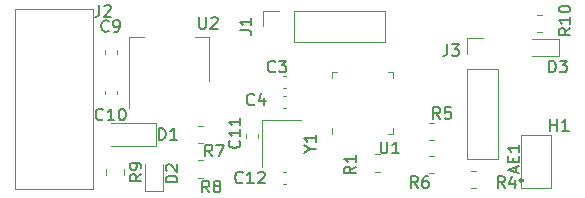
<source format=gbr>
G04 #@! TF.GenerationSoftware,KiCad,Pcbnew,6.0.4+dfsg-1*
G04 #@! TF.CreationDate,2022-03-26T10:07:46-04:00*
G04 #@! TF.ProjectId,PortaNet,506f7274-614e-4657-942e-6b696361645f,rev?*
G04 #@! TF.SameCoordinates,Original*
G04 #@! TF.FileFunction,Legend,Top*
G04 #@! TF.FilePolarity,Positive*
%FSLAX46Y46*%
G04 Gerber Fmt 4.6, Leading zero omitted, Abs format (unit mm)*
G04 Created by KiCad (PCBNEW 6.0.4+dfsg-1) date 2022-03-26 10:07:46*
%MOMM*%
%LPD*%
G01*
G04 APERTURE LIST*
%ADD10C,0.150000*%
%ADD11C,0.120000*%
%ADD12C,0.260000*%
G04 APERTURE END LIST*
D10*
X167155904Y-68905380D02*
X167155904Y-67905380D01*
X167394000Y-67905380D01*
X167536857Y-67953000D01*
X167632095Y-68048238D01*
X167679714Y-68143476D01*
X167727333Y-68333952D01*
X167727333Y-68476809D01*
X167679714Y-68667285D01*
X167632095Y-68762523D01*
X167536857Y-68857761D01*
X167394000Y-68905380D01*
X167155904Y-68905380D01*
X168060666Y-67905380D02*
X168679714Y-67905380D01*
X168346380Y-68286333D01*
X168489238Y-68286333D01*
X168584476Y-68333952D01*
X168632095Y-68381571D01*
X168679714Y-68476809D01*
X168679714Y-68714904D01*
X168632095Y-68810142D01*
X168584476Y-68857761D01*
X168489238Y-68905380D01*
X168203523Y-68905380D01*
X168108285Y-68857761D01*
X168060666Y-68810142D01*
X164377666Y-77366666D02*
X164377666Y-76890476D01*
X164663380Y-77461904D02*
X163663380Y-77128571D01*
X164663380Y-76795238D01*
X164139571Y-76461904D02*
X164139571Y-76128571D01*
X164663380Y-75985714D02*
X164663380Y-76461904D01*
X163663380Y-76461904D01*
X163663380Y-75985714D01*
X164663380Y-75033333D02*
X164663380Y-75604761D01*
X164663380Y-75319047D02*
X163663380Y-75319047D01*
X163806238Y-75414285D01*
X163901476Y-75509523D01*
X163949095Y-75604761D01*
X167259095Y-73858380D02*
X167259095Y-72858380D01*
X167259095Y-73334571D02*
X167830523Y-73334571D01*
X167830523Y-73858380D02*
X167830523Y-72858380D01*
X168830523Y-73858380D02*
X168259095Y-73858380D01*
X168544809Y-73858380D02*
X168544809Y-72858380D01*
X168449571Y-73001238D01*
X168354333Y-73096476D01*
X168259095Y-73144095D01*
X138644333Y-76017380D02*
X138311000Y-75541190D01*
X138072904Y-76017380D02*
X138072904Y-75017380D01*
X138453857Y-75017380D01*
X138549095Y-75065000D01*
X138596714Y-75112619D01*
X138644333Y-75207857D01*
X138644333Y-75350714D01*
X138596714Y-75445952D01*
X138549095Y-75493571D01*
X138453857Y-75541190D01*
X138072904Y-75541190D01*
X138977666Y-75017380D02*
X139644333Y-75017380D01*
X139215761Y-76017380D01*
X142200333Y-71604142D02*
X142152714Y-71651761D01*
X142009857Y-71699380D01*
X141914619Y-71699380D01*
X141771761Y-71651761D01*
X141676523Y-71556523D01*
X141628904Y-71461285D01*
X141581285Y-71270809D01*
X141581285Y-71127952D01*
X141628904Y-70937476D01*
X141676523Y-70842238D01*
X141771761Y-70747000D01*
X141914619Y-70699380D01*
X142009857Y-70699380D01*
X142152714Y-70747000D01*
X142200333Y-70794619D01*
X143057476Y-71032714D02*
X143057476Y-71699380D01*
X142819380Y-70651761D02*
X142581285Y-71366047D01*
X143200333Y-71366047D01*
X129079666Y-63206380D02*
X129079666Y-63920666D01*
X129032047Y-64063523D01*
X128936809Y-64158761D01*
X128793952Y-64206380D01*
X128698714Y-64206380D01*
X129508238Y-63301619D02*
X129555857Y-63254000D01*
X129651095Y-63206380D01*
X129889190Y-63206380D01*
X129984428Y-63254000D01*
X130032047Y-63301619D01*
X130079666Y-63396857D01*
X130079666Y-63492095D01*
X130032047Y-63634952D01*
X129460619Y-64206380D01*
X130079666Y-64206380D01*
X138390333Y-79065380D02*
X138057000Y-78589190D01*
X137818904Y-79065380D02*
X137818904Y-78065380D01*
X138199857Y-78065380D01*
X138295095Y-78113000D01*
X138342714Y-78160619D01*
X138390333Y-78255857D01*
X138390333Y-78398714D01*
X138342714Y-78493952D01*
X138295095Y-78541571D01*
X138199857Y-78589190D01*
X137818904Y-78589190D01*
X138961761Y-78493952D02*
X138866523Y-78446333D01*
X138818904Y-78398714D01*
X138771285Y-78303476D01*
X138771285Y-78255857D01*
X138818904Y-78160619D01*
X138866523Y-78113000D01*
X138961761Y-78065380D01*
X139152238Y-78065380D01*
X139247476Y-78113000D01*
X139295095Y-78160619D01*
X139342714Y-78255857D01*
X139342714Y-78303476D01*
X139295095Y-78398714D01*
X139247476Y-78446333D01*
X139152238Y-78493952D01*
X138961761Y-78493952D01*
X138866523Y-78541571D01*
X138818904Y-78589190D01*
X138771285Y-78684428D01*
X138771285Y-78874904D01*
X138818904Y-78970142D01*
X138866523Y-79017761D01*
X138961761Y-79065380D01*
X139152238Y-79065380D01*
X139247476Y-79017761D01*
X139295095Y-78970142D01*
X139342714Y-78874904D01*
X139342714Y-78684428D01*
X139295095Y-78589190D01*
X139247476Y-78541571D01*
X139152238Y-78493952D01*
X143978333Y-68810142D02*
X143930714Y-68857761D01*
X143787857Y-68905380D01*
X143692619Y-68905380D01*
X143549761Y-68857761D01*
X143454523Y-68762523D01*
X143406904Y-68667285D01*
X143359285Y-68476809D01*
X143359285Y-68333952D01*
X143406904Y-68143476D01*
X143454523Y-68048238D01*
X143549761Y-67953000D01*
X143692619Y-67905380D01*
X143787857Y-67905380D01*
X143930714Y-67953000D01*
X143978333Y-68000619D01*
X144311666Y-67905380D02*
X144930714Y-67905380D01*
X144597380Y-68286333D01*
X144740238Y-68286333D01*
X144835476Y-68333952D01*
X144883095Y-68381571D01*
X144930714Y-68476809D01*
X144930714Y-68714904D01*
X144883095Y-68810142D01*
X144835476Y-68857761D01*
X144740238Y-68905380D01*
X144454523Y-68905380D01*
X144359285Y-68857761D01*
X144311666Y-68810142D01*
X168981380Y-65158857D02*
X168505190Y-65492190D01*
X168981380Y-65730285D02*
X167981380Y-65730285D01*
X167981380Y-65349333D01*
X168029000Y-65254095D01*
X168076619Y-65206476D01*
X168171857Y-65158857D01*
X168314714Y-65158857D01*
X168409952Y-65206476D01*
X168457571Y-65254095D01*
X168505190Y-65349333D01*
X168505190Y-65730285D01*
X168981380Y-64206476D02*
X168981380Y-64777904D01*
X168981380Y-64492190D02*
X167981380Y-64492190D01*
X168124238Y-64587428D01*
X168219476Y-64682666D01*
X168267095Y-64777904D01*
X167981380Y-63587428D02*
X167981380Y-63492190D01*
X168029000Y-63396952D01*
X168076619Y-63349333D01*
X168171857Y-63301714D01*
X168362333Y-63254095D01*
X168600428Y-63254095D01*
X168790904Y-63301714D01*
X168886142Y-63349333D01*
X168933761Y-63396952D01*
X168981380Y-63492190D01*
X168981380Y-63587428D01*
X168933761Y-63682666D01*
X168886142Y-63730285D01*
X168790904Y-63777904D01*
X168600428Y-63825523D01*
X168362333Y-63825523D01*
X168171857Y-63777904D01*
X168076619Y-63730285D01*
X168029000Y-63682666D01*
X167981380Y-63587428D01*
X163409333Y-78684380D02*
X163076000Y-78208190D01*
X162837904Y-78684380D02*
X162837904Y-77684380D01*
X163218857Y-77684380D01*
X163314095Y-77732000D01*
X163361714Y-77779619D01*
X163409333Y-77874857D01*
X163409333Y-78017714D01*
X163361714Y-78112952D01*
X163314095Y-78160571D01*
X163218857Y-78208190D01*
X162837904Y-78208190D01*
X164266476Y-78017714D02*
X164266476Y-78684380D01*
X164028380Y-77636761D02*
X163790285Y-78351047D01*
X164409333Y-78351047D01*
X152908095Y-74763380D02*
X152908095Y-75572904D01*
X152955714Y-75668142D01*
X153003333Y-75715761D01*
X153098571Y-75763380D01*
X153289047Y-75763380D01*
X153384285Y-75715761D01*
X153431904Y-75668142D01*
X153479523Y-75572904D01*
X153479523Y-74763380D01*
X154479523Y-75763380D02*
X153908095Y-75763380D01*
X154193809Y-75763380D02*
X154193809Y-74763380D01*
X154098571Y-74906238D01*
X154003333Y-75001476D01*
X153908095Y-75049095D01*
X129405142Y-72874142D02*
X129357523Y-72921761D01*
X129214666Y-72969380D01*
X129119428Y-72969380D01*
X128976571Y-72921761D01*
X128881333Y-72826523D01*
X128833714Y-72731285D01*
X128786095Y-72540809D01*
X128786095Y-72397952D01*
X128833714Y-72207476D01*
X128881333Y-72112238D01*
X128976571Y-72017000D01*
X129119428Y-71969380D01*
X129214666Y-71969380D01*
X129357523Y-72017000D01*
X129405142Y-72064619D01*
X130357523Y-72969380D02*
X129786095Y-72969380D01*
X130071809Y-72969380D02*
X130071809Y-71969380D01*
X129976571Y-72112238D01*
X129881333Y-72207476D01*
X129786095Y-72255095D01*
X130976571Y-71969380D02*
X131071809Y-71969380D01*
X131167047Y-72017000D01*
X131214666Y-72064619D01*
X131262285Y-72159857D01*
X131309904Y-72350333D01*
X131309904Y-72588428D01*
X131262285Y-72778904D01*
X131214666Y-72874142D01*
X131167047Y-72921761D01*
X131071809Y-72969380D01*
X130976571Y-72969380D01*
X130881333Y-72921761D01*
X130833714Y-72874142D01*
X130786095Y-72778904D01*
X130738476Y-72588428D01*
X130738476Y-72350333D01*
X130786095Y-72159857D01*
X130833714Y-72064619D01*
X130881333Y-72017000D01*
X130976571Y-71969380D01*
X157948333Y-72842380D02*
X157615000Y-72366190D01*
X157376904Y-72842380D02*
X157376904Y-71842380D01*
X157757857Y-71842380D01*
X157853095Y-71890000D01*
X157900714Y-71937619D01*
X157948333Y-72032857D01*
X157948333Y-72175714D01*
X157900714Y-72270952D01*
X157853095Y-72318571D01*
X157757857Y-72366190D01*
X157376904Y-72366190D01*
X158853095Y-71842380D02*
X158376904Y-71842380D01*
X158329285Y-72318571D01*
X158376904Y-72270952D01*
X158472142Y-72223333D01*
X158710238Y-72223333D01*
X158805476Y-72270952D01*
X158853095Y-72318571D01*
X158900714Y-72413809D01*
X158900714Y-72651904D01*
X158853095Y-72747142D01*
X158805476Y-72794761D01*
X158710238Y-72842380D01*
X158472142Y-72842380D01*
X158376904Y-72794761D01*
X158329285Y-72747142D01*
X135707380Y-78208095D02*
X134707380Y-78208095D01*
X134707380Y-77970000D01*
X134755000Y-77827142D01*
X134850238Y-77731904D01*
X134945476Y-77684285D01*
X135135952Y-77636666D01*
X135278809Y-77636666D01*
X135469285Y-77684285D01*
X135564523Y-77731904D01*
X135659761Y-77827142D01*
X135707380Y-77970000D01*
X135707380Y-78208095D01*
X134802619Y-77255714D02*
X134755000Y-77208095D01*
X134707380Y-77112857D01*
X134707380Y-76874761D01*
X134755000Y-76779523D01*
X134802619Y-76731904D01*
X134897857Y-76684285D01*
X134993095Y-76684285D01*
X135135952Y-76731904D01*
X135707380Y-77303333D01*
X135707380Y-76684285D01*
X140969380Y-65332333D02*
X141683666Y-65332333D01*
X141826523Y-65379952D01*
X141921761Y-65475190D01*
X141969380Y-65618047D01*
X141969380Y-65713285D01*
X141969380Y-64332333D02*
X141969380Y-64903761D01*
X141969380Y-64618047D02*
X140969380Y-64618047D01*
X141112238Y-64713285D01*
X141207476Y-64808523D01*
X141255095Y-64903761D01*
X137541095Y-64222380D02*
X137541095Y-65031904D01*
X137588714Y-65127142D01*
X137636333Y-65174761D01*
X137731571Y-65222380D01*
X137922047Y-65222380D01*
X138017285Y-65174761D01*
X138064904Y-65127142D01*
X138112523Y-65031904D01*
X138112523Y-64222380D01*
X138541095Y-64317619D02*
X138588714Y-64270000D01*
X138683952Y-64222380D01*
X138922047Y-64222380D01*
X139017285Y-64270000D01*
X139064904Y-64317619D01*
X139112523Y-64412857D01*
X139112523Y-64508095D01*
X139064904Y-64650952D01*
X138493476Y-65222380D01*
X139112523Y-65222380D01*
X156043333Y-78684380D02*
X155710000Y-78208190D01*
X155471904Y-78684380D02*
X155471904Y-77684380D01*
X155852857Y-77684380D01*
X155948095Y-77732000D01*
X155995714Y-77779619D01*
X156043333Y-77874857D01*
X156043333Y-78017714D01*
X155995714Y-78112952D01*
X155948095Y-78160571D01*
X155852857Y-78208190D01*
X155471904Y-78208190D01*
X156900476Y-77684380D02*
X156710000Y-77684380D01*
X156614761Y-77732000D01*
X156567142Y-77779619D01*
X156471904Y-77922476D01*
X156424285Y-78112952D01*
X156424285Y-78493904D01*
X156471904Y-78589142D01*
X156519523Y-78636761D01*
X156614761Y-78684380D01*
X156805238Y-78684380D01*
X156900476Y-78636761D01*
X156948095Y-78589142D01*
X156995714Y-78493904D01*
X156995714Y-78255809D01*
X156948095Y-78160571D01*
X156900476Y-78112952D01*
X156805238Y-78065333D01*
X156614761Y-78065333D01*
X156519523Y-78112952D01*
X156471904Y-78160571D01*
X156424285Y-78255809D01*
X146952190Y-75406190D02*
X147428380Y-75406190D01*
X146428380Y-75739523D02*
X146952190Y-75406190D01*
X146428380Y-75072857D01*
X147428380Y-74215714D02*
X147428380Y-74787142D01*
X147428380Y-74501428D02*
X146428380Y-74501428D01*
X146571238Y-74596666D01*
X146666476Y-74691904D01*
X146714095Y-74787142D01*
X141216142Y-78208142D02*
X141168523Y-78255761D01*
X141025666Y-78303380D01*
X140930428Y-78303380D01*
X140787571Y-78255761D01*
X140692333Y-78160523D01*
X140644714Y-78065285D01*
X140597095Y-77874809D01*
X140597095Y-77731952D01*
X140644714Y-77541476D01*
X140692333Y-77446238D01*
X140787571Y-77351000D01*
X140930428Y-77303380D01*
X141025666Y-77303380D01*
X141168523Y-77351000D01*
X141216142Y-77398619D01*
X142168523Y-78303380D02*
X141597095Y-78303380D01*
X141882809Y-78303380D02*
X141882809Y-77303380D01*
X141787571Y-77446238D01*
X141692333Y-77541476D01*
X141597095Y-77589095D01*
X142549476Y-77398619D02*
X142597095Y-77351000D01*
X142692333Y-77303380D01*
X142930428Y-77303380D01*
X143025666Y-77351000D01*
X143073285Y-77398619D01*
X143120904Y-77493857D01*
X143120904Y-77589095D01*
X143073285Y-77731952D01*
X142501857Y-78303380D01*
X143120904Y-78303380D01*
X158543666Y-66508380D02*
X158543666Y-67222666D01*
X158496047Y-67365523D01*
X158400809Y-67460761D01*
X158257952Y-67508380D01*
X158162714Y-67508380D01*
X158924619Y-66508380D02*
X159543666Y-66508380D01*
X159210333Y-66889333D01*
X159353190Y-66889333D01*
X159448428Y-66936952D01*
X159496047Y-66984571D01*
X159543666Y-67079809D01*
X159543666Y-67317904D01*
X159496047Y-67413142D01*
X159448428Y-67460761D01*
X159353190Y-67508380D01*
X159067476Y-67508380D01*
X158972238Y-67460761D01*
X158924619Y-67413142D01*
X132659380Y-77509666D02*
X132183190Y-77843000D01*
X132659380Y-78081095D02*
X131659380Y-78081095D01*
X131659380Y-77700142D01*
X131707000Y-77604904D01*
X131754619Y-77557285D01*
X131849857Y-77509666D01*
X131992714Y-77509666D01*
X132087952Y-77557285D01*
X132135571Y-77604904D01*
X132183190Y-77700142D01*
X132183190Y-78081095D01*
X132659380Y-77033476D02*
X132659380Y-76843000D01*
X132611761Y-76747761D01*
X132564142Y-76700142D01*
X132421285Y-76604904D01*
X132230809Y-76557285D01*
X131849857Y-76557285D01*
X131754619Y-76604904D01*
X131707000Y-76652523D01*
X131659380Y-76747761D01*
X131659380Y-76938238D01*
X131707000Y-77033476D01*
X131754619Y-77081095D01*
X131849857Y-77128714D01*
X132087952Y-77128714D01*
X132183190Y-77081095D01*
X132230809Y-77033476D01*
X132278428Y-76938238D01*
X132278428Y-76747761D01*
X132230809Y-76652523D01*
X132183190Y-76604904D01*
X132087952Y-76557285D01*
X140946142Y-74683857D02*
X140993761Y-74731476D01*
X141041380Y-74874333D01*
X141041380Y-74969571D01*
X140993761Y-75112428D01*
X140898523Y-75207666D01*
X140803285Y-75255285D01*
X140612809Y-75302904D01*
X140469952Y-75302904D01*
X140279476Y-75255285D01*
X140184238Y-75207666D01*
X140089000Y-75112428D01*
X140041380Y-74969571D01*
X140041380Y-74874333D01*
X140089000Y-74731476D01*
X140136619Y-74683857D01*
X141041380Y-73731476D02*
X141041380Y-74302904D01*
X141041380Y-74017190D02*
X140041380Y-74017190D01*
X140184238Y-74112428D01*
X140279476Y-74207666D01*
X140327095Y-74302904D01*
X141041380Y-72779095D02*
X141041380Y-73350523D01*
X141041380Y-73064809D02*
X140041380Y-73064809D01*
X140184238Y-73160047D01*
X140279476Y-73255285D01*
X140327095Y-73350523D01*
X129881333Y-65381142D02*
X129833714Y-65428761D01*
X129690857Y-65476380D01*
X129595619Y-65476380D01*
X129452761Y-65428761D01*
X129357523Y-65333523D01*
X129309904Y-65238285D01*
X129262285Y-65047809D01*
X129262285Y-64904952D01*
X129309904Y-64714476D01*
X129357523Y-64619238D01*
X129452761Y-64524000D01*
X129595619Y-64476380D01*
X129690857Y-64476380D01*
X129833714Y-64524000D01*
X129881333Y-64571619D01*
X130357523Y-65476380D02*
X130548000Y-65476380D01*
X130643238Y-65428761D01*
X130690857Y-65381142D01*
X130786095Y-65238285D01*
X130833714Y-65047809D01*
X130833714Y-64666857D01*
X130786095Y-64571619D01*
X130738476Y-64524000D01*
X130643238Y-64476380D01*
X130452761Y-64476380D01*
X130357523Y-64524000D01*
X130309904Y-64571619D01*
X130262285Y-64666857D01*
X130262285Y-64904952D01*
X130309904Y-65000190D01*
X130357523Y-65047809D01*
X130452761Y-65095428D01*
X130643238Y-65095428D01*
X130738476Y-65047809D01*
X130786095Y-65000190D01*
X130833714Y-64904952D01*
X134135904Y-74620380D02*
X134135904Y-73620380D01*
X134374000Y-73620380D01*
X134516857Y-73668000D01*
X134612095Y-73763238D01*
X134659714Y-73858476D01*
X134707333Y-74048952D01*
X134707333Y-74191809D01*
X134659714Y-74382285D01*
X134612095Y-74477523D01*
X134516857Y-74572761D01*
X134374000Y-74620380D01*
X134135904Y-74620380D01*
X135659714Y-74620380D02*
X135088285Y-74620380D01*
X135374000Y-74620380D02*
X135374000Y-73620380D01*
X135278761Y-73763238D01*
X135183523Y-73858476D01*
X135088285Y-73906095D01*
X150820380Y-76874666D02*
X150344190Y-77208000D01*
X150820380Y-77446095D02*
X149820380Y-77446095D01*
X149820380Y-77065142D01*
X149868000Y-76969904D01*
X149915619Y-76922285D01*
X150010857Y-76874666D01*
X150153714Y-76874666D01*
X150248952Y-76922285D01*
X150296571Y-76969904D01*
X150344190Y-77065142D01*
X150344190Y-77446095D01*
X150820380Y-75922285D02*
X150820380Y-76493714D01*
X150820380Y-76208000D02*
X149820380Y-76208000D01*
X149963238Y-76303238D01*
X150058476Y-76398476D01*
X150106095Y-76493714D01*
D11*
X165697000Y-67537000D02*
X167982000Y-67537000D01*
X167982000Y-66067000D02*
X165697000Y-66067000D01*
X167982000Y-67537000D02*
X167982000Y-66067000D01*
X164819000Y-78676500D02*
X167359000Y-78676500D01*
X167359000Y-78676500D02*
X167359000Y-74231500D01*
X167359000Y-74231500D02*
X164819000Y-74231500D01*
X164819000Y-74231500D02*
X164819000Y-78676500D01*
D12*
X164949000Y-78041500D02*
G75*
G03*
X164949000Y-78041500I-130000J0D01*
G01*
D11*
X137440936Y-73433000D02*
X137895064Y-73433000D01*
X137440936Y-74903000D02*
X137895064Y-74903000D01*
X144920580Y-70864000D02*
X144639420Y-70864000D01*
X144920580Y-71884000D02*
X144639420Y-71884000D01*
X128540000Y-63500000D02*
X121920000Y-63500000D01*
X128540000Y-78740000D02*
X128540000Y-63500000D01*
X121920000Y-78740000D02*
X128540000Y-78740000D01*
X121920000Y-63500000D02*
X121920000Y-78740000D01*
X137440936Y-77824000D02*
X137895064Y-77824000D01*
X137440936Y-76354000D02*
X137895064Y-76354000D01*
X144920580Y-70233000D02*
X144639420Y-70233000D01*
X144920580Y-69213000D02*
X144639420Y-69213000D01*
X166597064Y-65505000D02*
X166142936Y-65505000D01*
X166597064Y-64035000D02*
X166142936Y-64035000D01*
X161009064Y-78713000D02*
X160554936Y-78713000D01*
X161009064Y-77243000D02*
X160554936Y-77243000D01*
X148774000Y-68891000D02*
X149249000Y-68891000D01*
X148774000Y-73636000D02*
X148774000Y-74111000D01*
X153994000Y-69366000D02*
X153994000Y-68891000D01*
X153994000Y-68891000D02*
X153519000Y-68891000D01*
X153994000Y-73636000D02*
X153994000Y-74111000D01*
X153994000Y-74111000D02*
X153519000Y-74111000D01*
X148774000Y-69366000D02*
X148774000Y-68891000D01*
X130558000Y-70471420D02*
X130558000Y-70752580D01*
X129538000Y-70471420D02*
X129538000Y-70752580D01*
X156998936Y-74649000D02*
X157453064Y-74649000D01*
X156998936Y-73179000D02*
X157453064Y-73179000D01*
X132996000Y-76670000D02*
X132996000Y-78955000D01*
X134466000Y-78955000D02*
X134466000Y-76670000D01*
X132996000Y-78955000D02*
X134466000Y-78955000D01*
X145557000Y-66329000D02*
X145557000Y-63669000D01*
X145557000Y-63669000D02*
X153237000Y-63669000D01*
X142957000Y-64999000D02*
X142957000Y-63669000D01*
X142957000Y-63669000D02*
X144287000Y-63669000D01*
X145557000Y-66329000D02*
X153237000Y-66329000D01*
X153237000Y-66329000D02*
X153237000Y-63669000D01*
X138411000Y-69668000D02*
X138411000Y-65908000D01*
X131591000Y-65908000D02*
X132851000Y-65908000D01*
X138411000Y-65908000D02*
X137151000Y-65908000D01*
X131591000Y-71918000D02*
X131591000Y-65908000D01*
X157453064Y-77443000D02*
X156998936Y-77443000D01*
X157453064Y-75973000D02*
X156998936Y-75973000D01*
X146176000Y-72930000D02*
X142876000Y-72930000D01*
X142876000Y-72930000D02*
X142876000Y-76930000D01*
X144920580Y-78361000D02*
X144639420Y-78361000D01*
X144920580Y-77341000D02*
X144639420Y-77341000D01*
X160214000Y-76260000D02*
X162874000Y-76260000D01*
X160214000Y-68580000D02*
X160214000Y-76260000D01*
X162874000Y-68580000D02*
X162874000Y-76260000D01*
X160214000Y-68580000D02*
X162874000Y-68580000D01*
X160214000Y-67310000D02*
X160214000Y-65980000D01*
X160214000Y-65980000D02*
X161544000Y-65980000D01*
X131164000Y-77570064D02*
X131164000Y-77115936D01*
X129694000Y-77570064D02*
X129694000Y-77115936D01*
X141476000Y-74154420D02*
X141476000Y-74435580D01*
X142496000Y-74154420D02*
X142496000Y-74435580D01*
X129538000Y-67323580D02*
X129538000Y-67042420D01*
X130558000Y-67323580D02*
X130558000Y-67042420D01*
X133899000Y-73168000D02*
X130049000Y-73168000D01*
X133899000Y-75168000D02*
X133899000Y-73168000D01*
X133899000Y-75168000D02*
X130049000Y-75168000D01*
X152881064Y-77316000D02*
X152426936Y-77316000D01*
X152881064Y-75846000D02*
X152426936Y-75846000D01*
M02*

</source>
